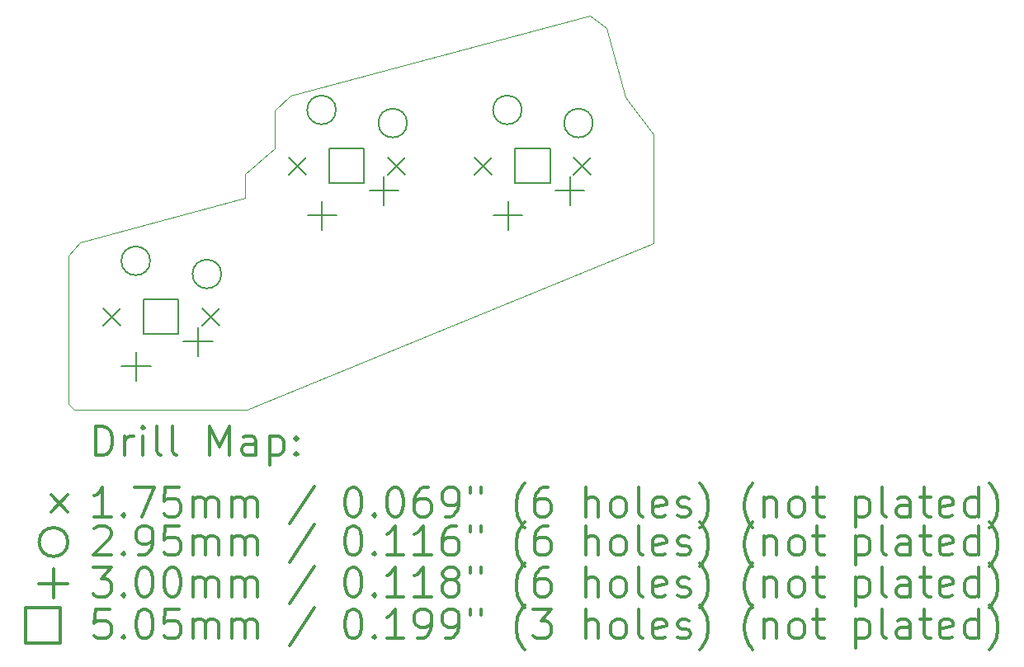
<source format=gbr>
%FSLAX45Y45*%
G04 Gerber Fmt 4.5, Leading zero omitted, Abs format (unit mm)*
G04 Created by KiCad (PCBNEW (5.1.4)-1) date 2023-09-09 05:28:28*
%MOMM*%
%LPD*%
G04 APERTURE LIST*
%ADD10C,0.050000*%
%ADD11C,0.200000*%
%ADD12C,0.300000*%
G04 APERTURE END LIST*
D10*
X-16417000Y-43229000D02*
X-14647000Y-43230000D01*
X-16478000Y-41644000D02*
X-16477000Y-43169000D01*
X-16358000Y-41510000D02*
X-16478000Y-41644000D01*
X-16477000Y-43169000D02*
X-16417000Y-43229000D01*
X-14662000Y-41056000D02*
X-16358000Y-41510000D01*
X-10469855Y-41517132D02*
X-14647000Y-43230000D01*
X-10949861Y-39313217D02*
X-11127158Y-39182619D01*
X-11127158Y-39182619D02*
X-14199856Y-40007338D01*
X-10759256Y-40019786D02*
X-10949861Y-39313217D01*
X-10759256Y-40019786D02*
X-10470385Y-40403131D01*
X-10469855Y-41517132D02*
X-10470385Y-40403131D01*
X-14662081Y-40805850D02*
X-14356862Y-40549556D01*
X-14199856Y-40007338D02*
X-14355680Y-40157437D01*
X-14662000Y-41056000D02*
X-14662081Y-40805850D01*
X-14356862Y-40549556D02*
X-14355680Y-40157437D01*
D11*
X-16119500Y-42188506D02*
X-15944500Y-42363506D01*
X-15944500Y-42188506D02*
X-16119500Y-42363506D01*
X-15103500Y-42188506D02*
X-14928500Y-42363506D01*
X-14928500Y-42188506D02*
X-15103500Y-42363506D01*
X-14212895Y-40638506D02*
X-14037895Y-40813506D01*
X-14037895Y-40638506D02*
X-14212895Y-40813506D01*
X-13196895Y-40638506D02*
X-13021895Y-40813506D01*
X-13021895Y-40638506D02*
X-13196895Y-40813506D01*
X-12306500Y-40638506D02*
X-12131500Y-40813506D01*
X-12131500Y-40638506D02*
X-12306500Y-40813506D01*
X-11290500Y-40638506D02*
X-11115500Y-40813506D01*
X-11115500Y-40638506D02*
X-11290500Y-40813506D01*
X-15636500Y-41701006D02*
G75*
G03X-15636500Y-41701006I-147500J0D01*
G01*
X-14906500Y-41836006D02*
G75*
G03X-14906500Y-41836006I-147500J0D01*
G01*
X-13729895Y-40151006D02*
G75*
G03X-13729895Y-40151006I-147500J0D01*
G01*
X-12999895Y-40286006D02*
G75*
G03X-12999895Y-40286006I-147500J0D01*
G01*
X-11823500Y-40151006D02*
G75*
G03X-11823500Y-40151006I-147500J0D01*
G01*
X-11093500Y-40286006D02*
G75*
G03X-11093500Y-40286006I-147500J0D01*
G01*
X-15778000Y-42634006D02*
X-15778000Y-42934006D01*
X-15928000Y-42784006D02*
X-15628000Y-42784006D01*
X-15143000Y-42380006D02*
X-15143000Y-42680006D01*
X-15293000Y-42530006D02*
X-14993000Y-42530006D01*
X-13871395Y-41084006D02*
X-13871395Y-41384006D01*
X-14021395Y-41234006D02*
X-13721395Y-41234006D01*
X-13236395Y-40830006D02*
X-13236395Y-41130006D01*
X-13386395Y-40980006D02*
X-13086395Y-40980006D01*
X-11965000Y-41084006D02*
X-11965000Y-41384006D01*
X-12115000Y-41234006D02*
X-11815000Y-41234006D01*
X-11330000Y-40830006D02*
X-11330000Y-41130006D01*
X-11480000Y-40980006D02*
X-11180000Y-40980006D01*
X-15345454Y-42454552D02*
X-15345454Y-42097460D01*
X-15702546Y-42097460D01*
X-15702546Y-42454552D01*
X-15345454Y-42454552D01*
X-13438849Y-40904552D02*
X-13438849Y-40547460D01*
X-13795942Y-40547460D01*
X-13795942Y-40904552D01*
X-13438849Y-40904552D01*
X-11532454Y-40904552D02*
X-11532454Y-40547460D01*
X-11889546Y-40547460D01*
X-11889546Y-40904552D01*
X-11532454Y-40904552D01*
D12*
X-16194071Y-43698214D02*
X-16194071Y-43398214D01*
X-16122643Y-43398214D01*
X-16079786Y-43412500D01*
X-16051214Y-43441072D01*
X-16036929Y-43469643D01*
X-16022643Y-43526786D01*
X-16022643Y-43569643D01*
X-16036929Y-43626786D01*
X-16051214Y-43655357D01*
X-16079786Y-43683929D01*
X-16122643Y-43698214D01*
X-16194071Y-43698214D01*
X-15894071Y-43698214D02*
X-15894071Y-43498214D01*
X-15894071Y-43555357D02*
X-15879786Y-43526786D01*
X-15865500Y-43512500D01*
X-15836929Y-43498214D01*
X-15808357Y-43498214D01*
X-15708357Y-43698214D02*
X-15708357Y-43498214D01*
X-15708357Y-43398214D02*
X-15722643Y-43412500D01*
X-15708357Y-43426786D01*
X-15694071Y-43412500D01*
X-15708357Y-43398214D01*
X-15708357Y-43426786D01*
X-15522643Y-43698214D02*
X-15551214Y-43683929D01*
X-15565500Y-43655357D01*
X-15565500Y-43398214D01*
X-15365500Y-43698214D02*
X-15394071Y-43683929D01*
X-15408357Y-43655357D01*
X-15408357Y-43398214D01*
X-15022643Y-43698214D02*
X-15022643Y-43398214D01*
X-14922643Y-43612500D01*
X-14822643Y-43398214D01*
X-14822643Y-43698214D01*
X-14551214Y-43698214D02*
X-14551214Y-43541072D01*
X-14565500Y-43512500D01*
X-14594071Y-43498214D01*
X-14651214Y-43498214D01*
X-14679786Y-43512500D01*
X-14551214Y-43683929D02*
X-14579786Y-43698214D01*
X-14651214Y-43698214D01*
X-14679786Y-43683929D01*
X-14694071Y-43655357D01*
X-14694071Y-43626786D01*
X-14679786Y-43598214D01*
X-14651214Y-43583929D01*
X-14579786Y-43583929D01*
X-14551214Y-43569643D01*
X-14408357Y-43498214D02*
X-14408357Y-43798214D01*
X-14408357Y-43512500D02*
X-14379786Y-43498214D01*
X-14322643Y-43498214D01*
X-14294071Y-43512500D01*
X-14279786Y-43526786D01*
X-14265500Y-43555357D01*
X-14265500Y-43641072D01*
X-14279786Y-43669643D01*
X-14294071Y-43683929D01*
X-14322643Y-43698214D01*
X-14379786Y-43698214D01*
X-14408357Y-43683929D01*
X-14136929Y-43669643D02*
X-14122643Y-43683929D01*
X-14136929Y-43698214D01*
X-14151214Y-43683929D01*
X-14136929Y-43669643D01*
X-14136929Y-43698214D01*
X-14136929Y-43512500D02*
X-14122643Y-43526786D01*
X-14136929Y-43541072D01*
X-14151214Y-43526786D01*
X-14136929Y-43512500D01*
X-14136929Y-43541072D01*
X-16655500Y-44105000D02*
X-16480500Y-44280000D01*
X-16480500Y-44105000D02*
X-16655500Y-44280000D01*
X-16036929Y-44328214D02*
X-16208357Y-44328214D01*
X-16122643Y-44328214D02*
X-16122643Y-44028214D01*
X-16151214Y-44071072D01*
X-16179786Y-44099643D01*
X-16208357Y-44113929D01*
X-15908357Y-44299643D02*
X-15894071Y-44313929D01*
X-15908357Y-44328214D01*
X-15922643Y-44313929D01*
X-15908357Y-44299643D01*
X-15908357Y-44328214D01*
X-15794071Y-44028214D02*
X-15594071Y-44028214D01*
X-15722643Y-44328214D01*
X-15336929Y-44028214D02*
X-15479786Y-44028214D01*
X-15494071Y-44171072D01*
X-15479786Y-44156786D01*
X-15451214Y-44142500D01*
X-15379786Y-44142500D01*
X-15351214Y-44156786D01*
X-15336929Y-44171072D01*
X-15322643Y-44199643D01*
X-15322643Y-44271072D01*
X-15336929Y-44299643D01*
X-15351214Y-44313929D01*
X-15379786Y-44328214D01*
X-15451214Y-44328214D01*
X-15479786Y-44313929D01*
X-15494071Y-44299643D01*
X-15194071Y-44328214D02*
X-15194071Y-44128214D01*
X-15194071Y-44156786D02*
X-15179786Y-44142500D01*
X-15151214Y-44128214D01*
X-15108357Y-44128214D01*
X-15079786Y-44142500D01*
X-15065500Y-44171072D01*
X-15065500Y-44328214D01*
X-15065500Y-44171072D02*
X-15051214Y-44142500D01*
X-15022643Y-44128214D01*
X-14979786Y-44128214D01*
X-14951214Y-44142500D01*
X-14936929Y-44171072D01*
X-14936929Y-44328214D01*
X-14794071Y-44328214D02*
X-14794071Y-44128214D01*
X-14794071Y-44156786D02*
X-14779786Y-44142500D01*
X-14751214Y-44128214D01*
X-14708357Y-44128214D01*
X-14679786Y-44142500D01*
X-14665500Y-44171072D01*
X-14665500Y-44328214D01*
X-14665500Y-44171072D02*
X-14651214Y-44142500D01*
X-14622643Y-44128214D01*
X-14579786Y-44128214D01*
X-14551214Y-44142500D01*
X-14536929Y-44171072D01*
X-14536929Y-44328214D01*
X-13951214Y-44013929D02*
X-14208357Y-44399643D01*
X-13565500Y-44028214D02*
X-13536929Y-44028214D01*
X-13508357Y-44042500D01*
X-13494071Y-44056786D01*
X-13479786Y-44085357D01*
X-13465500Y-44142500D01*
X-13465500Y-44213929D01*
X-13479786Y-44271072D01*
X-13494071Y-44299643D01*
X-13508357Y-44313929D01*
X-13536929Y-44328214D01*
X-13565500Y-44328214D01*
X-13594071Y-44313929D01*
X-13608357Y-44299643D01*
X-13622643Y-44271072D01*
X-13636929Y-44213929D01*
X-13636929Y-44142500D01*
X-13622643Y-44085357D01*
X-13608357Y-44056786D01*
X-13594071Y-44042500D01*
X-13565500Y-44028214D01*
X-13336929Y-44299643D02*
X-13322643Y-44313929D01*
X-13336929Y-44328214D01*
X-13351214Y-44313929D01*
X-13336929Y-44299643D01*
X-13336929Y-44328214D01*
X-13136929Y-44028214D02*
X-13108357Y-44028214D01*
X-13079786Y-44042500D01*
X-13065500Y-44056786D01*
X-13051214Y-44085357D01*
X-13036929Y-44142500D01*
X-13036929Y-44213929D01*
X-13051214Y-44271072D01*
X-13065500Y-44299643D01*
X-13079786Y-44313929D01*
X-13108357Y-44328214D01*
X-13136929Y-44328214D01*
X-13165500Y-44313929D01*
X-13179786Y-44299643D01*
X-13194071Y-44271072D01*
X-13208357Y-44213929D01*
X-13208357Y-44142500D01*
X-13194071Y-44085357D01*
X-13179786Y-44056786D01*
X-13165500Y-44042500D01*
X-13136929Y-44028214D01*
X-12779786Y-44028214D02*
X-12836929Y-44028214D01*
X-12865500Y-44042500D01*
X-12879786Y-44056786D01*
X-12908357Y-44099643D01*
X-12922643Y-44156786D01*
X-12922643Y-44271072D01*
X-12908357Y-44299643D01*
X-12894071Y-44313929D01*
X-12865500Y-44328214D01*
X-12808357Y-44328214D01*
X-12779786Y-44313929D01*
X-12765500Y-44299643D01*
X-12751214Y-44271072D01*
X-12751214Y-44199643D01*
X-12765500Y-44171072D01*
X-12779786Y-44156786D01*
X-12808357Y-44142500D01*
X-12865500Y-44142500D01*
X-12894071Y-44156786D01*
X-12908357Y-44171072D01*
X-12922643Y-44199643D01*
X-12608357Y-44328214D02*
X-12551214Y-44328214D01*
X-12522643Y-44313929D01*
X-12508357Y-44299643D01*
X-12479786Y-44256786D01*
X-12465500Y-44199643D01*
X-12465500Y-44085357D01*
X-12479786Y-44056786D01*
X-12494071Y-44042500D01*
X-12522643Y-44028214D01*
X-12579786Y-44028214D01*
X-12608357Y-44042500D01*
X-12622643Y-44056786D01*
X-12636929Y-44085357D01*
X-12636929Y-44156786D01*
X-12622643Y-44185357D01*
X-12608357Y-44199643D01*
X-12579786Y-44213929D01*
X-12522643Y-44213929D01*
X-12494071Y-44199643D01*
X-12479786Y-44185357D01*
X-12465500Y-44156786D01*
X-12351214Y-44028214D02*
X-12351214Y-44085357D01*
X-12236929Y-44028214D02*
X-12236929Y-44085357D01*
X-11794071Y-44442500D02*
X-11808357Y-44428214D01*
X-11836929Y-44385357D01*
X-11851214Y-44356786D01*
X-11865500Y-44313929D01*
X-11879786Y-44242500D01*
X-11879786Y-44185357D01*
X-11865500Y-44113929D01*
X-11851214Y-44071072D01*
X-11836929Y-44042500D01*
X-11808357Y-43999643D01*
X-11794071Y-43985357D01*
X-11551214Y-44028214D02*
X-11608357Y-44028214D01*
X-11636929Y-44042500D01*
X-11651214Y-44056786D01*
X-11679786Y-44099643D01*
X-11694071Y-44156786D01*
X-11694071Y-44271072D01*
X-11679786Y-44299643D01*
X-11665500Y-44313929D01*
X-11636929Y-44328214D01*
X-11579786Y-44328214D01*
X-11551214Y-44313929D01*
X-11536929Y-44299643D01*
X-11522643Y-44271072D01*
X-11522643Y-44199643D01*
X-11536929Y-44171072D01*
X-11551214Y-44156786D01*
X-11579786Y-44142500D01*
X-11636929Y-44142500D01*
X-11665500Y-44156786D01*
X-11679786Y-44171072D01*
X-11694071Y-44199643D01*
X-11165500Y-44328214D02*
X-11165500Y-44028214D01*
X-11036929Y-44328214D02*
X-11036929Y-44171072D01*
X-11051214Y-44142500D01*
X-11079786Y-44128214D01*
X-11122643Y-44128214D01*
X-11151214Y-44142500D01*
X-11165500Y-44156786D01*
X-10851214Y-44328214D02*
X-10879786Y-44313929D01*
X-10894072Y-44299643D01*
X-10908357Y-44271072D01*
X-10908357Y-44185357D01*
X-10894072Y-44156786D01*
X-10879786Y-44142500D01*
X-10851214Y-44128214D01*
X-10808357Y-44128214D01*
X-10779786Y-44142500D01*
X-10765500Y-44156786D01*
X-10751214Y-44185357D01*
X-10751214Y-44271072D01*
X-10765500Y-44299643D01*
X-10779786Y-44313929D01*
X-10808357Y-44328214D01*
X-10851214Y-44328214D01*
X-10579786Y-44328214D02*
X-10608357Y-44313929D01*
X-10622643Y-44285357D01*
X-10622643Y-44028214D01*
X-10351214Y-44313929D02*
X-10379786Y-44328214D01*
X-10436929Y-44328214D01*
X-10465500Y-44313929D01*
X-10479786Y-44285357D01*
X-10479786Y-44171072D01*
X-10465500Y-44142500D01*
X-10436929Y-44128214D01*
X-10379786Y-44128214D01*
X-10351214Y-44142500D01*
X-10336929Y-44171072D01*
X-10336929Y-44199643D01*
X-10479786Y-44228214D01*
X-10222643Y-44313929D02*
X-10194072Y-44328214D01*
X-10136929Y-44328214D01*
X-10108357Y-44313929D01*
X-10094072Y-44285357D01*
X-10094072Y-44271072D01*
X-10108357Y-44242500D01*
X-10136929Y-44228214D01*
X-10179786Y-44228214D01*
X-10208357Y-44213929D01*
X-10222643Y-44185357D01*
X-10222643Y-44171072D01*
X-10208357Y-44142500D01*
X-10179786Y-44128214D01*
X-10136929Y-44128214D01*
X-10108357Y-44142500D01*
X-9994072Y-44442500D02*
X-9979786Y-44428214D01*
X-9951214Y-44385357D01*
X-9936929Y-44356786D01*
X-9922643Y-44313929D01*
X-9908357Y-44242500D01*
X-9908357Y-44185357D01*
X-9922643Y-44113929D01*
X-9936929Y-44071072D01*
X-9951214Y-44042500D01*
X-9979786Y-43999643D01*
X-9994072Y-43985357D01*
X-9451214Y-44442500D02*
X-9465500Y-44428214D01*
X-9494072Y-44385357D01*
X-9508357Y-44356786D01*
X-9522643Y-44313929D01*
X-9536929Y-44242500D01*
X-9536929Y-44185357D01*
X-9522643Y-44113929D01*
X-9508357Y-44071072D01*
X-9494072Y-44042500D01*
X-9465500Y-43999643D01*
X-9451214Y-43985357D01*
X-9336929Y-44128214D02*
X-9336929Y-44328214D01*
X-9336929Y-44156786D02*
X-9322643Y-44142500D01*
X-9294072Y-44128214D01*
X-9251214Y-44128214D01*
X-9222643Y-44142500D01*
X-9208357Y-44171072D01*
X-9208357Y-44328214D01*
X-9022643Y-44328214D02*
X-9051214Y-44313929D01*
X-9065500Y-44299643D01*
X-9079786Y-44271072D01*
X-9079786Y-44185357D01*
X-9065500Y-44156786D01*
X-9051214Y-44142500D01*
X-9022643Y-44128214D01*
X-8979786Y-44128214D01*
X-8951214Y-44142500D01*
X-8936929Y-44156786D01*
X-8922643Y-44185357D01*
X-8922643Y-44271072D01*
X-8936929Y-44299643D01*
X-8951214Y-44313929D01*
X-8979786Y-44328214D01*
X-9022643Y-44328214D01*
X-8836929Y-44128214D02*
X-8722643Y-44128214D01*
X-8794072Y-44028214D02*
X-8794072Y-44285357D01*
X-8779786Y-44313929D01*
X-8751214Y-44328214D01*
X-8722643Y-44328214D01*
X-8394072Y-44128214D02*
X-8394072Y-44428214D01*
X-8394072Y-44142500D02*
X-8365500Y-44128214D01*
X-8308357Y-44128214D01*
X-8279786Y-44142500D01*
X-8265500Y-44156786D01*
X-8251214Y-44185357D01*
X-8251214Y-44271072D01*
X-8265500Y-44299643D01*
X-8279786Y-44313929D01*
X-8308357Y-44328214D01*
X-8365500Y-44328214D01*
X-8394072Y-44313929D01*
X-8079786Y-44328214D02*
X-8108357Y-44313929D01*
X-8122643Y-44285357D01*
X-8122643Y-44028214D01*
X-7836929Y-44328214D02*
X-7836929Y-44171072D01*
X-7851214Y-44142500D01*
X-7879786Y-44128214D01*
X-7936929Y-44128214D01*
X-7965500Y-44142500D01*
X-7836929Y-44313929D02*
X-7865500Y-44328214D01*
X-7936929Y-44328214D01*
X-7965500Y-44313929D01*
X-7979786Y-44285357D01*
X-7979786Y-44256786D01*
X-7965500Y-44228214D01*
X-7936929Y-44213929D01*
X-7865500Y-44213929D01*
X-7836929Y-44199643D01*
X-7736929Y-44128214D02*
X-7622643Y-44128214D01*
X-7694071Y-44028214D02*
X-7694071Y-44285357D01*
X-7679786Y-44313929D01*
X-7651214Y-44328214D01*
X-7622643Y-44328214D01*
X-7408357Y-44313929D02*
X-7436929Y-44328214D01*
X-7494071Y-44328214D01*
X-7522643Y-44313929D01*
X-7536929Y-44285357D01*
X-7536929Y-44171072D01*
X-7522643Y-44142500D01*
X-7494071Y-44128214D01*
X-7436929Y-44128214D01*
X-7408357Y-44142500D01*
X-7394071Y-44171072D01*
X-7394071Y-44199643D01*
X-7536929Y-44228214D01*
X-7136929Y-44328214D02*
X-7136929Y-44028214D01*
X-7136929Y-44313929D02*
X-7165500Y-44328214D01*
X-7222643Y-44328214D01*
X-7251214Y-44313929D01*
X-7265500Y-44299643D01*
X-7279786Y-44271072D01*
X-7279786Y-44185357D01*
X-7265500Y-44156786D01*
X-7251214Y-44142500D01*
X-7222643Y-44128214D01*
X-7165500Y-44128214D01*
X-7136929Y-44142500D01*
X-7022643Y-44442500D02*
X-7008357Y-44428214D01*
X-6979786Y-44385357D01*
X-6965500Y-44356786D01*
X-6951214Y-44313929D01*
X-6936929Y-44242500D01*
X-6936929Y-44185357D01*
X-6951214Y-44113929D01*
X-6965500Y-44071072D01*
X-6979786Y-44042500D01*
X-7008357Y-43999643D01*
X-7022643Y-43985357D01*
X-16480500Y-44588500D02*
G75*
G03X-16480500Y-44588500I-147500J0D01*
G01*
X-16208357Y-44452786D02*
X-16194071Y-44438500D01*
X-16165500Y-44424214D01*
X-16094071Y-44424214D01*
X-16065500Y-44438500D01*
X-16051214Y-44452786D01*
X-16036929Y-44481357D01*
X-16036929Y-44509929D01*
X-16051214Y-44552786D01*
X-16222643Y-44724214D01*
X-16036929Y-44724214D01*
X-15908357Y-44695643D02*
X-15894071Y-44709929D01*
X-15908357Y-44724214D01*
X-15922643Y-44709929D01*
X-15908357Y-44695643D01*
X-15908357Y-44724214D01*
X-15751214Y-44724214D02*
X-15694071Y-44724214D01*
X-15665500Y-44709929D01*
X-15651214Y-44695643D01*
X-15622643Y-44652786D01*
X-15608357Y-44595643D01*
X-15608357Y-44481357D01*
X-15622643Y-44452786D01*
X-15636929Y-44438500D01*
X-15665500Y-44424214D01*
X-15722643Y-44424214D01*
X-15751214Y-44438500D01*
X-15765500Y-44452786D01*
X-15779786Y-44481357D01*
X-15779786Y-44552786D01*
X-15765500Y-44581357D01*
X-15751214Y-44595643D01*
X-15722643Y-44609929D01*
X-15665500Y-44609929D01*
X-15636929Y-44595643D01*
X-15622643Y-44581357D01*
X-15608357Y-44552786D01*
X-15336929Y-44424214D02*
X-15479786Y-44424214D01*
X-15494071Y-44567072D01*
X-15479786Y-44552786D01*
X-15451214Y-44538500D01*
X-15379786Y-44538500D01*
X-15351214Y-44552786D01*
X-15336929Y-44567072D01*
X-15322643Y-44595643D01*
X-15322643Y-44667072D01*
X-15336929Y-44695643D01*
X-15351214Y-44709929D01*
X-15379786Y-44724214D01*
X-15451214Y-44724214D01*
X-15479786Y-44709929D01*
X-15494071Y-44695643D01*
X-15194071Y-44724214D02*
X-15194071Y-44524214D01*
X-15194071Y-44552786D02*
X-15179786Y-44538500D01*
X-15151214Y-44524214D01*
X-15108357Y-44524214D01*
X-15079786Y-44538500D01*
X-15065500Y-44567072D01*
X-15065500Y-44724214D01*
X-15065500Y-44567072D02*
X-15051214Y-44538500D01*
X-15022643Y-44524214D01*
X-14979786Y-44524214D01*
X-14951214Y-44538500D01*
X-14936929Y-44567072D01*
X-14936929Y-44724214D01*
X-14794071Y-44724214D02*
X-14794071Y-44524214D01*
X-14794071Y-44552786D02*
X-14779786Y-44538500D01*
X-14751214Y-44524214D01*
X-14708357Y-44524214D01*
X-14679786Y-44538500D01*
X-14665500Y-44567072D01*
X-14665500Y-44724214D01*
X-14665500Y-44567072D02*
X-14651214Y-44538500D01*
X-14622643Y-44524214D01*
X-14579786Y-44524214D01*
X-14551214Y-44538500D01*
X-14536929Y-44567072D01*
X-14536929Y-44724214D01*
X-13951214Y-44409929D02*
X-14208357Y-44795643D01*
X-13565500Y-44424214D02*
X-13536929Y-44424214D01*
X-13508357Y-44438500D01*
X-13494071Y-44452786D01*
X-13479786Y-44481357D01*
X-13465500Y-44538500D01*
X-13465500Y-44609929D01*
X-13479786Y-44667072D01*
X-13494071Y-44695643D01*
X-13508357Y-44709929D01*
X-13536929Y-44724214D01*
X-13565500Y-44724214D01*
X-13594071Y-44709929D01*
X-13608357Y-44695643D01*
X-13622643Y-44667072D01*
X-13636929Y-44609929D01*
X-13636929Y-44538500D01*
X-13622643Y-44481357D01*
X-13608357Y-44452786D01*
X-13594071Y-44438500D01*
X-13565500Y-44424214D01*
X-13336929Y-44695643D02*
X-13322643Y-44709929D01*
X-13336929Y-44724214D01*
X-13351214Y-44709929D01*
X-13336929Y-44695643D01*
X-13336929Y-44724214D01*
X-13036929Y-44724214D02*
X-13208357Y-44724214D01*
X-13122643Y-44724214D02*
X-13122643Y-44424214D01*
X-13151214Y-44467072D01*
X-13179786Y-44495643D01*
X-13208357Y-44509929D01*
X-12751214Y-44724214D02*
X-12922643Y-44724214D01*
X-12836929Y-44724214D02*
X-12836929Y-44424214D01*
X-12865500Y-44467072D01*
X-12894071Y-44495643D01*
X-12922643Y-44509929D01*
X-12494071Y-44424214D02*
X-12551214Y-44424214D01*
X-12579786Y-44438500D01*
X-12594071Y-44452786D01*
X-12622643Y-44495643D01*
X-12636929Y-44552786D01*
X-12636929Y-44667072D01*
X-12622643Y-44695643D01*
X-12608357Y-44709929D01*
X-12579786Y-44724214D01*
X-12522643Y-44724214D01*
X-12494071Y-44709929D01*
X-12479786Y-44695643D01*
X-12465500Y-44667072D01*
X-12465500Y-44595643D01*
X-12479786Y-44567072D01*
X-12494071Y-44552786D01*
X-12522643Y-44538500D01*
X-12579786Y-44538500D01*
X-12608357Y-44552786D01*
X-12622643Y-44567072D01*
X-12636929Y-44595643D01*
X-12351214Y-44424214D02*
X-12351214Y-44481357D01*
X-12236929Y-44424214D02*
X-12236929Y-44481357D01*
X-11794071Y-44838500D02*
X-11808357Y-44824214D01*
X-11836929Y-44781357D01*
X-11851214Y-44752786D01*
X-11865500Y-44709929D01*
X-11879786Y-44638500D01*
X-11879786Y-44581357D01*
X-11865500Y-44509929D01*
X-11851214Y-44467072D01*
X-11836929Y-44438500D01*
X-11808357Y-44395643D01*
X-11794071Y-44381357D01*
X-11551214Y-44424214D02*
X-11608357Y-44424214D01*
X-11636929Y-44438500D01*
X-11651214Y-44452786D01*
X-11679786Y-44495643D01*
X-11694071Y-44552786D01*
X-11694071Y-44667072D01*
X-11679786Y-44695643D01*
X-11665500Y-44709929D01*
X-11636929Y-44724214D01*
X-11579786Y-44724214D01*
X-11551214Y-44709929D01*
X-11536929Y-44695643D01*
X-11522643Y-44667072D01*
X-11522643Y-44595643D01*
X-11536929Y-44567072D01*
X-11551214Y-44552786D01*
X-11579786Y-44538500D01*
X-11636929Y-44538500D01*
X-11665500Y-44552786D01*
X-11679786Y-44567072D01*
X-11694071Y-44595643D01*
X-11165500Y-44724214D02*
X-11165500Y-44424214D01*
X-11036929Y-44724214D02*
X-11036929Y-44567072D01*
X-11051214Y-44538500D01*
X-11079786Y-44524214D01*
X-11122643Y-44524214D01*
X-11151214Y-44538500D01*
X-11165500Y-44552786D01*
X-10851214Y-44724214D02*
X-10879786Y-44709929D01*
X-10894072Y-44695643D01*
X-10908357Y-44667072D01*
X-10908357Y-44581357D01*
X-10894072Y-44552786D01*
X-10879786Y-44538500D01*
X-10851214Y-44524214D01*
X-10808357Y-44524214D01*
X-10779786Y-44538500D01*
X-10765500Y-44552786D01*
X-10751214Y-44581357D01*
X-10751214Y-44667072D01*
X-10765500Y-44695643D01*
X-10779786Y-44709929D01*
X-10808357Y-44724214D01*
X-10851214Y-44724214D01*
X-10579786Y-44724214D02*
X-10608357Y-44709929D01*
X-10622643Y-44681357D01*
X-10622643Y-44424214D01*
X-10351214Y-44709929D02*
X-10379786Y-44724214D01*
X-10436929Y-44724214D01*
X-10465500Y-44709929D01*
X-10479786Y-44681357D01*
X-10479786Y-44567072D01*
X-10465500Y-44538500D01*
X-10436929Y-44524214D01*
X-10379786Y-44524214D01*
X-10351214Y-44538500D01*
X-10336929Y-44567072D01*
X-10336929Y-44595643D01*
X-10479786Y-44624214D01*
X-10222643Y-44709929D02*
X-10194072Y-44724214D01*
X-10136929Y-44724214D01*
X-10108357Y-44709929D01*
X-10094072Y-44681357D01*
X-10094072Y-44667072D01*
X-10108357Y-44638500D01*
X-10136929Y-44624214D01*
X-10179786Y-44624214D01*
X-10208357Y-44609929D01*
X-10222643Y-44581357D01*
X-10222643Y-44567072D01*
X-10208357Y-44538500D01*
X-10179786Y-44524214D01*
X-10136929Y-44524214D01*
X-10108357Y-44538500D01*
X-9994072Y-44838500D02*
X-9979786Y-44824214D01*
X-9951214Y-44781357D01*
X-9936929Y-44752786D01*
X-9922643Y-44709929D01*
X-9908357Y-44638500D01*
X-9908357Y-44581357D01*
X-9922643Y-44509929D01*
X-9936929Y-44467072D01*
X-9951214Y-44438500D01*
X-9979786Y-44395643D01*
X-9994072Y-44381357D01*
X-9451214Y-44838500D02*
X-9465500Y-44824214D01*
X-9494072Y-44781357D01*
X-9508357Y-44752786D01*
X-9522643Y-44709929D01*
X-9536929Y-44638500D01*
X-9536929Y-44581357D01*
X-9522643Y-44509929D01*
X-9508357Y-44467072D01*
X-9494072Y-44438500D01*
X-9465500Y-44395643D01*
X-9451214Y-44381357D01*
X-9336929Y-44524214D02*
X-9336929Y-44724214D01*
X-9336929Y-44552786D02*
X-9322643Y-44538500D01*
X-9294072Y-44524214D01*
X-9251214Y-44524214D01*
X-9222643Y-44538500D01*
X-9208357Y-44567072D01*
X-9208357Y-44724214D01*
X-9022643Y-44724214D02*
X-9051214Y-44709929D01*
X-9065500Y-44695643D01*
X-9079786Y-44667072D01*
X-9079786Y-44581357D01*
X-9065500Y-44552786D01*
X-9051214Y-44538500D01*
X-9022643Y-44524214D01*
X-8979786Y-44524214D01*
X-8951214Y-44538500D01*
X-8936929Y-44552786D01*
X-8922643Y-44581357D01*
X-8922643Y-44667072D01*
X-8936929Y-44695643D01*
X-8951214Y-44709929D01*
X-8979786Y-44724214D01*
X-9022643Y-44724214D01*
X-8836929Y-44524214D02*
X-8722643Y-44524214D01*
X-8794072Y-44424214D02*
X-8794072Y-44681357D01*
X-8779786Y-44709929D01*
X-8751214Y-44724214D01*
X-8722643Y-44724214D01*
X-8394072Y-44524214D02*
X-8394072Y-44824214D01*
X-8394072Y-44538500D02*
X-8365500Y-44524214D01*
X-8308357Y-44524214D01*
X-8279786Y-44538500D01*
X-8265500Y-44552786D01*
X-8251214Y-44581357D01*
X-8251214Y-44667072D01*
X-8265500Y-44695643D01*
X-8279786Y-44709929D01*
X-8308357Y-44724214D01*
X-8365500Y-44724214D01*
X-8394072Y-44709929D01*
X-8079786Y-44724214D02*
X-8108357Y-44709929D01*
X-8122643Y-44681357D01*
X-8122643Y-44424214D01*
X-7836929Y-44724214D02*
X-7836929Y-44567072D01*
X-7851214Y-44538500D01*
X-7879786Y-44524214D01*
X-7936929Y-44524214D01*
X-7965500Y-44538500D01*
X-7836929Y-44709929D02*
X-7865500Y-44724214D01*
X-7936929Y-44724214D01*
X-7965500Y-44709929D01*
X-7979786Y-44681357D01*
X-7979786Y-44652786D01*
X-7965500Y-44624214D01*
X-7936929Y-44609929D01*
X-7865500Y-44609929D01*
X-7836929Y-44595643D01*
X-7736929Y-44524214D02*
X-7622643Y-44524214D01*
X-7694071Y-44424214D02*
X-7694071Y-44681357D01*
X-7679786Y-44709929D01*
X-7651214Y-44724214D01*
X-7622643Y-44724214D01*
X-7408357Y-44709929D02*
X-7436929Y-44724214D01*
X-7494071Y-44724214D01*
X-7522643Y-44709929D01*
X-7536929Y-44681357D01*
X-7536929Y-44567072D01*
X-7522643Y-44538500D01*
X-7494071Y-44524214D01*
X-7436929Y-44524214D01*
X-7408357Y-44538500D01*
X-7394071Y-44567072D01*
X-7394071Y-44595643D01*
X-7536929Y-44624214D01*
X-7136929Y-44724214D02*
X-7136929Y-44424214D01*
X-7136929Y-44709929D02*
X-7165500Y-44724214D01*
X-7222643Y-44724214D01*
X-7251214Y-44709929D01*
X-7265500Y-44695643D01*
X-7279786Y-44667072D01*
X-7279786Y-44581357D01*
X-7265500Y-44552786D01*
X-7251214Y-44538500D01*
X-7222643Y-44524214D01*
X-7165500Y-44524214D01*
X-7136929Y-44538500D01*
X-7022643Y-44838500D02*
X-7008357Y-44824214D01*
X-6979786Y-44781357D01*
X-6965500Y-44752786D01*
X-6951214Y-44709929D01*
X-6936929Y-44638500D01*
X-6936929Y-44581357D01*
X-6951214Y-44509929D01*
X-6965500Y-44467072D01*
X-6979786Y-44438500D01*
X-7008357Y-44395643D01*
X-7022643Y-44381357D01*
X-16630500Y-44863500D02*
X-16630500Y-45163500D01*
X-16780500Y-45013500D02*
X-16480500Y-45013500D01*
X-16222643Y-44849214D02*
X-16036929Y-44849214D01*
X-16136929Y-44963500D01*
X-16094071Y-44963500D01*
X-16065500Y-44977786D01*
X-16051214Y-44992071D01*
X-16036929Y-45020643D01*
X-16036929Y-45092071D01*
X-16051214Y-45120643D01*
X-16065500Y-45134929D01*
X-16094071Y-45149214D01*
X-16179786Y-45149214D01*
X-16208357Y-45134929D01*
X-16222643Y-45120643D01*
X-15908357Y-45120643D02*
X-15894071Y-45134929D01*
X-15908357Y-45149214D01*
X-15922643Y-45134929D01*
X-15908357Y-45120643D01*
X-15908357Y-45149214D01*
X-15708357Y-44849214D02*
X-15679786Y-44849214D01*
X-15651214Y-44863500D01*
X-15636929Y-44877786D01*
X-15622643Y-44906357D01*
X-15608357Y-44963500D01*
X-15608357Y-45034929D01*
X-15622643Y-45092071D01*
X-15636929Y-45120643D01*
X-15651214Y-45134929D01*
X-15679786Y-45149214D01*
X-15708357Y-45149214D01*
X-15736929Y-45134929D01*
X-15751214Y-45120643D01*
X-15765500Y-45092071D01*
X-15779786Y-45034929D01*
X-15779786Y-44963500D01*
X-15765500Y-44906357D01*
X-15751214Y-44877786D01*
X-15736929Y-44863500D01*
X-15708357Y-44849214D01*
X-15422643Y-44849214D02*
X-15394071Y-44849214D01*
X-15365500Y-44863500D01*
X-15351214Y-44877786D01*
X-15336929Y-44906357D01*
X-15322643Y-44963500D01*
X-15322643Y-45034929D01*
X-15336929Y-45092071D01*
X-15351214Y-45120643D01*
X-15365500Y-45134929D01*
X-15394071Y-45149214D01*
X-15422643Y-45149214D01*
X-15451214Y-45134929D01*
X-15465500Y-45120643D01*
X-15479786Y-45092071D01*
X-15494071Y-45034929D01*
X-15494071Y-44963500D01*
X-15479786Y-44906357D01*
X-15465500Y-44877786D01*
X-15451214Y-44863500D01*
X-15422643Y-44849214D01*
X-15194071Y-45149214D02*
X-15194071Y-44949214D01*
X-15194071Y-44977786D02*
X-15179786Y-44963500D01*
X-15151214Y-44949214D01*
X-15108357Y-44949214D01*
X-15079786Y-44963500D01*
X-15065500Y-44992071D01*
X-15065500Y-45149214D01*
X-15065500Y-44992071D02*
X-15051214Y-44963500D01*
X-15022643Y-44949214D01*
X-14979786Y-44949214D01*
X-14951214Y-44963500D01*
X-14936929Y-44992071D01*
X-14936929Y-45149214D01*
X-14794071Y-45149214D02*
X-14794071Y-44949214D01*
X-14794071Y-44977786D02*
X-14779786Y-44963500D01*
X-14751214Y-44949214D01*
X-14708357Y-44949214D01*
X-14679786Y-44963500D01*
X-14665500Y-44992071D01*
X-14665500Y-45149214D01*
X-14665500Y-44992071D02*
X-14651214Y-44963500D01*
X-14622643Y-44949214D01*
X-14579786Y-44949214D01*
X-14551214Y-44963500D01*
X-14536929Y-44992071D01*
X-14536929Y-45149214D01*
X-13951214Y-44834929D02*
X-14208357Y-45220643D01*
X-13565500Y-44849214D02*
X-13536929Y-44849214D01*
X-13508357Y-44863500D01*
X-13494071Y-44877786D01*
X-13479786Y-44906357D01*
X-13465500Y-44963500D01*
X-13465500Y-45034929D01*
X-13479786Y-45092071D01*
X-13494071Y-45120643D01*
X-13508357Y-45134929D01*
X-13536929Y-45149214D01*
X-13565500Y-45149214D01*
X-13594071Y-45134929D01*
X-13608357Y-45120643D01*
X-13622643Y-45092071D01*
X-13636929Y-45034929D01*
X-13636929Y-44963500D01*
X-13622643Y-44906357D01*
X-13608357Y-44877786D01*
X-13594071Y-44863500D01*
X-13565500Y-44849214D01*
X-13336929Y-45120643D02*
X-13322643Y-45134929D01*
X-13336929Y-45149214D01*
X-13351214Y-45134929D01*
X-13336929Y-45120643D01*
X-13336929Y-45149214D01*
X-13036929Y-45149214D02*
X-13208357Y-45149214D01*
X-13122643Y-45149214D02*
X-13122643Y-44849214D01*
X-13151214Y-44892071D01*
X-13179786Y-44920643D01*
X-13208357Y-44934929D01*
X-12751214Y-45149214D02*
X-12922643Y-45149214D01*
X-12836929Y-45149214D02*
X-12836929Y-44849214D01*
X-12865500Y-44892071D01*
X-12894071Y-44920643D01*
X-12922643Y-44934929D01*
X-12579786Y-44977786D02*
X-12608357Y-44963500D01*
X-12622643Y-44949214D01*
X-12636929Y-44920643D01*
X-12636929Y-44906357D01*
X-12622643Y-44877786D01*
X-12608357Y-44863500D01*
X-12579786Y-44849214D01*
X-12522643Y-44849214D01*
X-12494071Y-44863500D01*
X-12479786Y-44877786D01*
X-12465500Y-44906357D01*
X-12465500Y-44920643D01*
X-12479786Y-44949214D01*
X-12494071Y-44963500D01*
X-12522643Y-44977786D01*
X-12579786Y-44977786D01*
X-12608357Y-44992071D01*
X-12622643Y-45006357D01*
X-12636929Y-45034929D01*
X-12636929Y-45092071D01*
X-12622643Y-45120643D01*
X-12608357Y-45134929D01*
X-12579786Y-45149214D01*
X-12522643Y-45149214D01*
X-12494071Y-45134929D01*
X-12479786Y-45120643D01*
X-12465500Y-45092071D01*
X-12465500Y-45034929D01*
X-12479786Y-45006357D01*
X-12494071Y-44992071D01*
X-12522643Y-44977786D01*
X-12351214Y-44849214D02*
X-12351214Y-44906357D01*
X-12236929Y-44849214D02*
X-12236929Y-44906357D01*
X-11794071Y-45263500D02*
X-11808357Y-45249214D01*
X-11836929Y-45206357D01*
X-11851214Y-45177786D01*
X-11865500Y-45134929D01*
X-11879786Y-45063500D01*
X-11879786Y-45006357D01*
X-11865500Y-44934929D01*
X-11851214Y-44892071D01*
X-11836929Y-44863500D01*
X-11808357Y-44820643D01*
X-11794071Y-44806357D01*
X-11551214Y-44849214D02*
X-11608357Y-44849214D01*
X-11636929Y-44863500D01*
X-11651214Y-44877786D01*
X-11679786Y-44920643D01*
X-11694071Y-44977786D01*
X-11694071Y-45092071D01*
X-11679786Y-45120643D01*
X-11665500Y-45134929D01*
X-11636929Y-45149214D01*
X-11579786Y-45149214D01*
X-11551214Y-45134929D01*
X-11536929Y-45120643D01*
X-11522643Y-45092071D01*
X-11522643Y-45020643D01*
X-11536929Y-44992071D01*
X-11551214Y-44977786D01*
X-11579786Y-44963500D01*
X-11636929Y-44963500D01*
X-11665500Y-44977786D01*
X-11679786Y-44992071D01*
X-11694071Y-45020643D01*
X-11165500Y-45149214D02*
X-11165500Y-44849214D01*
X-11036929Y-45149214D02*
X-11036929Y-44992071D01*
X-11051214Y-44963500D01*
X-11079786Y-44949214D01*
X-11122643Y-44949214D01*
X-11151214Y-44963500D01*
X-11165500Y-44977786D01*
X-10851214Y-45149214D02*
X-10879786Y-45134929D01*
X-10894072Y-45120643D01*
X-10908357Y-45092071D01*
X-10908357Y-45006357D01*
X-10894072Y-44977786D01*
X-10879786Y-44963500D01*
X-10851214Y-44949214D01*
X-10808357Y-44949214D01*
X-10779786Y-44963500D01*
X-10765500Y-44977786D01*
X-10751214Y-45006357D01*
X-10751214Y-45092071D01*
X-10765500Y-45120643D01*
X-10779786Y-45134929D01*
X-10808357Y-45149214D01*
X-10851214Y-45149214D01*
X-10579786Y-45149214D02*
X-10608357Y-45134929D01*
X-10622643Y-45106357D01*
X-10622643Y-44849214D01*
X-10351214Y-45134929D02*
X-10379786Y-45149214D01*
X-10436929Y-45149214D01*
X-10465500Y-45134929D01*
X-10479786Y-45106357D01*
X-10479786Y-44992071D01*
X-10465500Y-44963500D01*
X-10436929Y-44949214D01*
X-10379786Y-44949214D01*
X-10351214Y-44963500D01*
X-10336929Y-44992071D01*
X-10336929Y-45020643D01*
X-10479786Y-45049214D01*
X-10222643Y-45134929D02*
X-10194072Y-45149214D01*
X-10136929Y-45149214D01*
X-10108357Y-45134929D01*
X-10094072Y-45106357D01*
X-10094072Y-45092071D01*
X-10108357Y-45063500D01*
X-10136929Y-45049214D01*
X-10179786Y-45049214D01*
X-10208357Y-45034929D01*
X-10222643Y-45006357D01*
X-10222643Y-44992071D01*
X-10208357Y-44963500D01*
X-10179786Y-44949214D01*
X-10136929Y-44949214D01*
X-10108357Y-44963500D01*
X-9994072Y-45263500D02*
X-9979786Y-45249214D01*
X-9951214Y-45206357D01*
X-9936929Y-45177786D01*
X-9922643Y-45134929D01*
X-9908357Y-45063500D01*
X-9908357Y-45006357D01*
X-9922643Y-44934929D01*
X-9936929Y-44892071D01*
X-9951214Y-44863500D01*
X-9979786Y-44820643D01*
X-9994072Y-44806357D01*
X-9451214Y-45263500D02*
X-9465500Y-45249214D01*
X-9494072Y-45206357D01*
X-9508357Y-45177786D01*
X-9522643Y-45134929D01*
X-9536929Y-45063500D01*
X-9536929Y-45006357D01*
X-9522643Y-44934929D01*
X-9508357Y-44892071D01*
X-9494072Y-44863500D01*
X-9465500Y-44820643D01*
X-9451214Y-44806357D01*
X-9336929Y-44949214D02*
X-9336929Y-45149214D01*
X-9336929Y-44977786D02*
X-9322643Y-44963500D01*
X-9294072Y-44949214D01*
X-9251214Y-44949214D01*
X-9222643Y-44963500D01*
X-9208357Y-44992071D01*
X-9208357Y-45149214D01*
X-9022643Y-45149214D02*
X-9051214Y-45134929D01*
X-9065500Y-45120643D01*
X-9079786Y-45092071D01*
X-9079786Y-45006357D01*
X-9065500Y-44977786D01*
X-9051214Y-44963500D01*
X-9022643Y-44949214D01*
X-8979786Y-44949214D01*
X-8951214Y-44963500D01*
X-8936929Y-44977786D01*
X-8922643Y-45006357D01*
X-8922643Y-45092071D01*
X-8936929Y-45120643D01*
X-8951214Y-45134929D01*
X-8979786Y-45149214D01*
X-9022643Y-45149214D01*
X-8836929Y-44949214D02*
X-8722643Y-44949214D01*
X-8794072Y-44849214D02*
X-8794072Y-45106357D01*
X-8779786Y-45134929D01*
X-8751214Y-45149214D01*
X-8722643Y-45149214D01*
X-8394072Y-44949214D02*
X-8394072Y-45249214D01*
X-8394072Y-44963500D02*
X-8365500Y-44949214D01*
X-8308357Y-44949214D01*
X-8279786Y-44963500D01*
X-8265500Y-44977786D01*
X-8251214Y-45006357D01*
X-8251214Y-45092071D01*
X-8265500Y-45120643D01*
X-8279786Y-45134929D01*
X-8308357Y-45149214D01*
X-8365500Y-45149214D01*
X-8394072Y-45134929D01*
X-8079786Y-45149214D02*
X-8108357Y-45134929D01*
X-8122643Y-45106357D01*
X-8122643Y-44849214D01*
X-7836929Y-45149214D02*
X-7836929Y-44992071D01*
X-7851214Y-44963500D01*
X-7879786Y-44949214D01*
X-7936929Y-44949214D01*
X-7965500Y-44963500D01*
X-7836929Y-45134929D02*
X-7865500Y-45149214D01*
X-7936929Y-45149214D01*
X-7965500Y-45134929D01*
X-7979786Y-45106357D01*
X-7979786Y-45077786D01*
X-7965500Y-45049214D01*
X-7936929Y-45034929D01*
X-7865500Y-45034929D01*
X-7836929Y-45020643D01*
X-7736929Y-44949214D02*
X-7622643Y-44949214D01*
X-7694071Y-44849214D02*
X-7694071Y-45106357D01*
X-7679786Y-45134929D01*
X-7651214Y-45149214D01*
X-7622643Y-45149214D01*
X-7408357Y-45134929D02*
X-7436929Y-45149214D01*
X-7494071Y-45149214D01*
X-7522643Y-45134929D01*
X-7536929Y-45106357D01*
X-7536929Y-44992071D01*
X-7522643Y-44963500D01*
X-7494071Y-44949214D01*
X-7436929Y-44949214D01*
X-7408357Y-44963500D01*
X-7394071Y-44992071D01*
X-7394071Y-45020643D01*
X-7536929Y-45049214D01*
X-7136929Y-45149214D02*
X-7136929Y-44849214D01*
X-7136929Y-45134929D02*
X-7165500Y-45149214D01*
X-7222643Y-45149214D01*
X-7251214Y-45134929D01*
X-7265500Y-45120643D01*
X-7279786Y-45092071D01*
X-7279786Y-45006357D01*
X-7265500Y-44977786D01*
X-7251214Y-44963500D01*
X-7222643Y-44949214D01*
X-7165500Y-44949214D01*
X-7136929Y-44963500D01*
X-7022643Y-45263500D02*
X-7008357Y-45249214D01*
X-6979786Y-45206357D01*
X-6965500Y-45177786D01*
X-6951214Y-45134929D01*
X-6936929Y-45063500D01*
X-6936929Y-45006357D01*
X-6951214Y-44934929D01*
X-6965500Y-44892071D01*
X-6979786Y-44863500D01*
X-7008357Y-44820643D01*
X-7022643Y-44806357D01*
X-16554454Y-45622046D02*
X-16554454Y-45264954D01*
X-16911546Y-45264954D01*
X-16911546Y-45622046D01*
X-16554454Y-45622046D01*
X-16051214Y-45279214D02*
X-16194071Y-45279214D01*
X-16208357Y-45422071D01*
X-16194071Y-45407786D01*
X-16165500Y-45393500D01*
X-16094071Y-45393500D01*
X-16065500Y-45407786D01*
X-16051214Y-45422071D01*
X-16036929Y-45450643D01*
X-16036929Y-45522071D01*
X-16051214Y-45550643D01*
X-16065500Y-45564929D01*
X-16094071Y-45579214D01*
X-16165500Y-45579214D01*
X-16194071Y-45564929D01*
X-16208357Y-45550643D01*
X-15908357Y-45550643D02*
X-15894071Y-45564929D01*
X-15908357Y-45579214D01*
X-15922643Y-45564929D01*
X-15908357Y-45550643D01*
X-15908357Y-45579214D01*
X-15708357Y-45279214D02*
X-15679786Y-45279214D01*
X-15651214Y-45293500D01*
X-15636929Y-45307786D01*
X-15622643Y-45336357D01*
X-15608357Y-45393500D01*
X-15608357Y-45464929D01*
X-15622643Y-45522071D01*
X-15636929Y-45550643D01*
X-15651214Y-45564929D01*
X-15679786Y-45579214D01*
X-15708357Y-45579214D01*
X-15736929Y-45564929D01*
X-15751214Y-45550643D01*
X-15765500Y-45522071D01*
X-15779786Y-45464929D01*
X-15779786Y-45393500D01*
X-15765500Y-45336357D01*
X-15751214Y-45307786D01*
X-15736929Y-45293500D01*
X-15708357Y-45279214D01*
X-15336929Y-45279214D02*
X-15479786Y-45279214D01*
X-15494071Y-45422071D01*
X-15479786Y-45407786D01*
X-15451214Y-45393500D01*
X-15379786Y-45393500D01*
X-15351214Y-45407786D01*
X-15336929Y-45422071D01*
X-15322643Y-45450643D01*
X-15322643Y-45522071D01*
X-15336929Y-45550643D01*
X-15351214Y-45564929D01*
X-15379786Y-45579214D01*
X-15451214Y-45579214D01*
X-15479786Y-45564929D01*
X-15494071Y-45550643D01*
X-15194071Y-45579214D02*
X-15194071Y-45379214D01*
X-15194071Y-45407786D02*
X-15179786Y-45393500D01*
X-15151214Y-45379214D01*
X-15108357Y-45379214D01*
X-15079786Y-45393500D01*
X-15065500Y-45422071D01*
X-15065500Y-45579214D01*
X-15065500Y-45422071D02*
X-15051214Y-45393500D01*
X-15022643Y-45379214D01*
X-14979786Y-45379214D01*
X-14951214Y-45393500D01*
X-14936929Y-45422071D01*
X-14936929Y-45579214D01*
X-14794071Y-45579214D02*
X-14794071Y-45379214D01*
X-14794071Y-45407786D02*
X-14779786Y-45393500D01*
X-14751214Y-45379214D01*
X-14708357Y-45379214D01*
X-14679786Y-45393500D01*
X-14665500Y-45422071D01*
X-14665500Y-45579214D01*
X-14665500Y-45422071D02*
X-14651214Y-45393500D01*
X-14622643Y-45379214D01*
X-14579786Y-45379214D01*
X-14551214Y-45393500D01*
X-14536929Y-45422071D01*
X-14536929Y-45579214D01*
X-13951214Y-45264929D02*
X-14208357Y-45650643D01*
X-13565500Y-45279214D02*
X-13536929Y-45279214D01*
X-13508357Y-45293500D01*
X-13494071Y-45307786D01*
X-13479786Y-45336357D01*
X-13465500Y-45393500D01*
X-13465500Y-45464929D01*
X-13479786Y-45522071D01*
X-13494071Y-45550643D01*
X-13508357Y-45564929D01*
X-13536929Y-45579214D01*
X-13565500Y-45579214D01*
X-13594071Y-45564929D01*
X-13608357Y-45550643D01*
X-13622643Y-45522071D01*
X-13636929Y-45464929D01*
X-13636929Y-45393500D01*
X-13622643Y-45336357D01*
X-13608357Y-45307786D01*
X-13594071Y-45293500D01*
X-13565500Y-45279214D01*
X-13336929Y-45550643D02*
X-13322643Y-45564929D01*
X-13336929Y-45579214D01*
X-13351214Y-45564929D01*
X-13336929Y-45550643D01*
X-13336929Y-45579214D01*
X-13036929Y-45579214D02*
X-13208357Y-45579214D01*
X-13122643Y-45579214D02*
X-13122643Y-45279214D01*
X-13151214Y-45322071D01*
X-13179786Y-45350643D01*
X-13208357Y-45364929D01*
X-12894071Y-45579214D02*
X-12836929Y-45579214D01*
X-12808357Y-45564929D01*
X-12794071Y-45550643D01*
X-12765500Y-45507786D01*
X-12751214Y-45450643D01*
X-12751214Y-45336357D01*
X-12765500Y-45307786D01*
X-12779786Y-45293500D01*
X-12808357Y-45279214D01*
X-12865500Y-45279214D01*
X-12894071Y-45293500D01*
X-12908357Y-45307786D01*
X-12922643Y-45336357D01*
X-12922643Y-45407786D01*
X-12908357Y-45436357D01*
X-12894071Y-45450643D01*
X-12865500Y-45464929D01*
X-12808357Y-45464929D01*
X-12779786Y-45450643D01*
X-12765500Y-45436357D01*
X-12751214Y-45407786D01*
X-12608357Y-45579214D02*
X-12551214Y-45579214D01*
X-12522643Y-45564929D01*
X-12508357Y-45550643D01*
X-12479786Y-45507786D01*
X-12465500Y-45450643D01*
X-12465500Y-45336357D01*
X-12479786Y-45307786D01*
X-12494071Y-45293500D01*
X-12522643Y-45279214D01*
X-12579786Y-45279214D01*
X-12608357Y-45293500D01*
X-12622643Y-45307786D01*
X-12636929Y-45336357D01*
X-12636929Y-45407786D01*
X-12622643Y-45436357D01*
X-12608357Y-45450643D01*
X-12579786Y-45464929D01*
X-12522643Y-45464929D01*
X-12494071Y-45450643D01*
X-12479786Y-45436357D01*
X-12465500Y-45407786D01*
X-12351214Y-45279214D02*
X-12351214Y-45336357D01*
X-12236929Y-45279214D02*
X-12236929Y-45336357D01*
X-11794071Y-45693500D02*
X-11808357Y-45679214D01*
X-11836929Y-45636357D01*
X-11851214Y-45607786D01*
X-11865500Y-45564929D01*
X-11879786Y-45493500D01*
X-11879786Y-45436357D01*
X-11865500Y-45364929D01*
X-11851214Y-45322071D01*
X-11836929Y-45293500D01*
X-11808357Y-45250643D01*
X-11794071Y-45236357D01*
X-11708357Y-45279214D02*
X-11522643Y-45279214D01*
X-11622643Y-45393500D01*
X-11579786Y-45393500D01*
X-11551214Y-45407786D01*
X-11536929Y-45422071D01*
X-11522643Y-45450643D01*
X-11522643Y-45522071D01*
X-11536929Y-45550643D01*
X-11551214Y-45564929D01*
X-11579786Y-45579214D01*
X-11665500Y-45579214D01*
X-11694071Y-45564929D01*
X-11708357Y-45550643D01*
X-11165500Y-45579214D02*
X-11165500Y-45279214D01*
X-11036929Y-45579214D02*
X-11036929Y-45422071D01*
X-11051214Y-45393500D01*
X-11079786Y-45379214D01*
X-11122643Y-45379214D01*
X-11151214Y-45393500D01*
X-11165500Y-45407786D01*
X-10851214Y-45579214D02*
X-10879786Y-45564929D01*
X-10894072Y-45550643D01*
X-10908357Y-45522071D01*
X-10908357Y-45436357D01*
X-10894072Y-45407786D01*
X-10879786Y-45393500D01*
X-10851214Y-45379214D01*
X-10808357Y-45379214D01*
X-10779786Y-45393500D01*
X-10765500Y-45407786D01*
X-10751214Y-45436357D01*
X-10751214Y-45522071D01*
X-10765500Y-45550643D01*
X-10779786Y-45564929D01*
X-10808357Y-45579214D01*
X-10851214Y-45579214D01*
X-10579786Y-45579214D02*
X-10608357Y-45564929D01*
X-10622643Y-45536357D01*
X-10622643Y-45279214D01*
X-10351214Y-45564929D02*
X-10379786Y-45579214D01*
X-10436929Y-45579214D01*
X-10465500Y-45564929D01*
X-10479786Y-45536357D01*
X-10479786Y-45422071D01*
X-10465500Y-45393500D01*
X-10436929Y-45379214D01*
X-10379786Y-45379214D01*
X-10351214Y-45393500D01*
X-10336929Y-45422071D01*
X-10336929Y-45450643D01*
X-10479786Y-45479214D01*
X-10222643Y-45564929D02*
X-10194072Y-45579214D01*
X-10136929Y-45579214D01*
X-10108357Y-45564929D01*
X-10094072Y-45536357D01*
X-10094072Y-45522071D01*
X-10108357Y-45493500D01*
X-10136929Y-45479214D01*
X-10179786Y-45479214D01*
X-10208357Y-45464929D01*
X-10222643Y-45436357D01*
X-10222643Y-45422071D01*
X-10208357Y-45393500D01*
X-10179786Y-45379214D01*
X-10136929Y-45379214D01*
X-10108357Y-45393500D01*
X-9994072Y-45693500D02*
X-9979786Y-45679214D01*
X-9951214Y-45636357D01*
X-9936929Y-45607786D01*
X-9922643Y-45564929D01*
X-9908357Y-45493500D01*
X-9908357Y-45436357D01*
X-9922643Y-45364929D01*
X-9936929Y-45322071D01*
X-9951214Y-45293500D01*
X-9979786Y-45250643D01*
X-9994072Y-45236357D01*
X-9451214Y-45693500D02*
X-9465500Y-45679214D01*
X-9494072Y-45636357D01*
X-9508357Y-45607786D01*
X-9522643Y-45564929D01*
X-9536929Y-45493500D01*
X-9536929Y-45436357D01*
X-9522643Y-45364929D01*
X-9508357Y-45322071D01*
X-9494072Y-45293500D01*
X-9465500Y-45250643D01*
X-9451214Y-45236357D01*
X-9336929Y-45379214D02*
X-9336929Y-45579214D01*
X-9336929Y-45407786D02*
X-9322643Y-45393500D01*
X-9294072Y-45379214D01*
X-9251214Y-45379214D01*
X-9222643Y-45393500D01*
X-9208357Y-45422071D01*
X-9208357Y-45579214D01*
X-9022643Y-45579214D02*
X-9051214Y-45564929D01*
X-9065500Y-45550643D01*
X-9079786Y-45522071D01*
X-9079786Y-45436357D01*
X-9065500Y-45407786D01*
X-9051214Y-45393500D01*
X-9022643Y-45379214D01*
X-8979786Y-45379214D01*
X-8951214Y-45393500D01*
X-8936929Y-45407786D01*
X-8922643Y-45436357D01*
X-8922643Y-45522071D01*
X-8936929Y-45550643D01*
X-8951214Y-45564929D01*
X-8979786Y-45579214D01*
X-9022643Y-45579214D01*
X-8836929Y-45379214D02*
X-8722643Y-45379214D01*
X-8794072Y-45279214D02*
X-8794072Y-45536357D01*
X-8779786Y-45564929D01*
X-8751214Y-45579214D01*
X-8722643Y-45579214D01*
X-8394072Y-45379214D02*
X-8394072Y-45679214D01*
X-8394072Y-45393500D02*
X-8365500Y-45379214D01*
X-8308357Y-45379214D01*
X-8279786Y-45393500D01*
X-8265500Y-45407786D01*
X-8251214Y-45436357D01*
X-8251214Y-45522071D01*
X-8265500Y-45550643D01*
X-8279786Y-45564929D01*
X-8308357Y-45579214D01*
X-8365500Y-45579214D01*
X-8394072Y-45564929D01*
X-8079786Y-45579214D02*
X-8108357Y-45564929D01*
X-8122643Y-45536357D01*
X-8122643Y-45279214D01*
X-7836929Y-45579214D02*
X-7836929Y-45422071D01*
X-7851214Y-45393500D01*
X-7879786Y-45379214D01*
X-7936929Y-45379214D01*
X-7965500Y-45393500D01*
X-7836929Y-45564929D02*
X-7865500Y-45579214D01*
X-7936929Y-45579214D01*
X-7965500Y-45564929D01*
X-7979786Y-45536357D01*
X-7979786Y-45507786D01*
X-7965500Y-45479214D01*
X-7936929Y-45464929D01*
X-7865500Y-45464929D01*
X-7836929Y-45450643D01*
X-7736929Y-45379214D02*
X-7622643Y-45379214D01*
X-7694071Y-45279214D02*
X-7694071Y-45536357D01*
X-7679786Y-45564929D01*
X-7651214Y-45579214D01*
X-7622643Y-45579214D01*
X-7408357Y-45564929D02*
X-7436929Y-45579214D01*
X-7494071Y-45579214D01*
X-7522643Y-45564929D01*
X-7536929Y-45536357D01*
X-7536929Y-45422071D01*
X-7522643Y-45393500D01*
X-7494071Y-45379214D01*
X-7436929Y-45379214D01*
X-7408357Y-45393500D01*
X-7394071Y-45422071D01*
X-7394071Y-45450643D01*
X-7536929Y-45479214D01*
X-7136929Y-45579214D02*
X-7136929Y-45279214D01*
X-7136929Y-45564929D02*
X-7165500Y-45579214D01*
X-7222643Y-45579214D01*
X-7251214Y-45564929D01*
X-7265500Y-45550643D01*
X-7279786Y-45522071D01*
X-7279786Y-45436357D01*
X-7265500Y-45407786D01*
X-7251214Y-45393500D01*
X-7222643Y-45379214D01*
X-7165500Y-45379214D01*
X-7136929Y-45393500D01*
X-7022643Y-45693500D02*
X-7008357Y-45679214D01*
X-6979786Y-45636357D01*
X-6965500Y-45607786D01*
X-6951214Y-45564929D01*
X-6936929Y-45493500D01*
X-6936929Y-45436357D01*
X-6951214Y-45364929D01*
X-6965500Y-45322071D01*
X-6979786Y-45293500D01*
X-7008357Y-45250643D01*
X-7022643Y-45236357D01*
M02*

</source>
